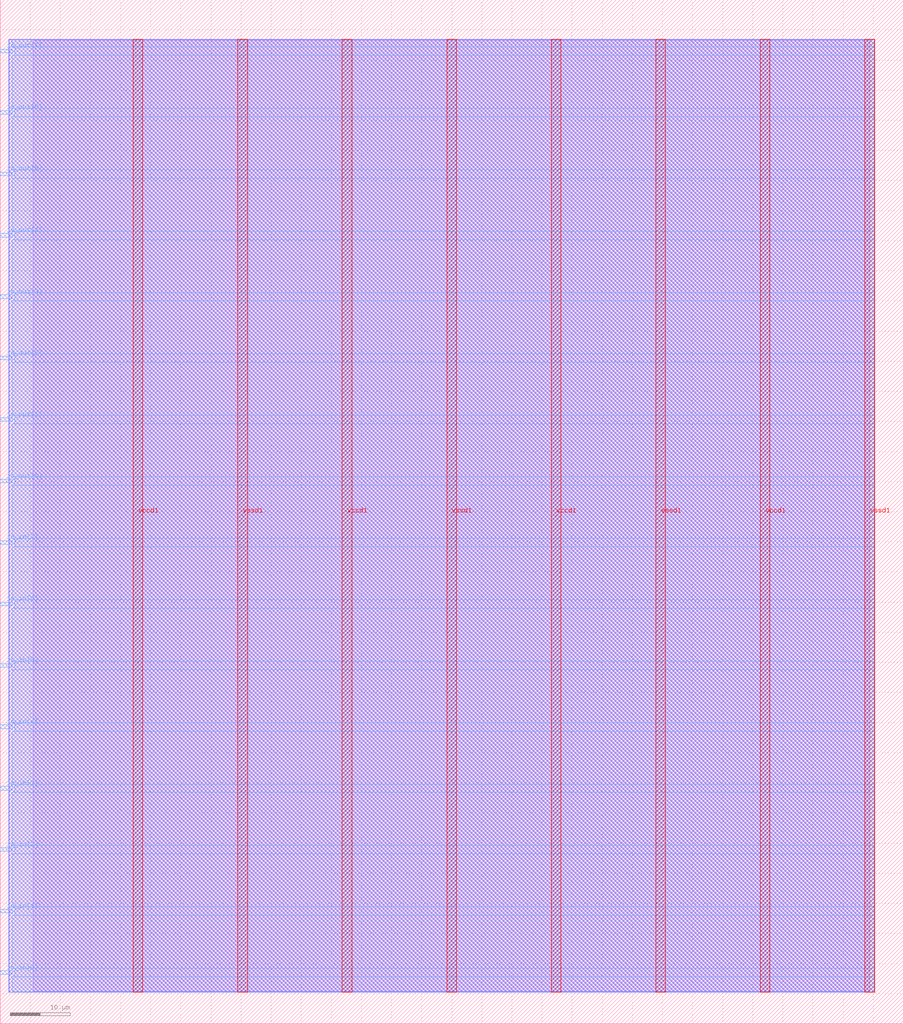
<source format=lef>
VERSION 5.7 ;
  NOWIREEXTENSIONATPIN ON ;
  DIVIDERCHAR "/" ;
  BUSBITCHARS "[]" ;
MACRO jglim_7seg
  CLASS BLOCK ;
  FOREIGN jglim_7seg ;
  ORIGIN 0.000 0.000 ;
  SIZE 150.000 BY 170.000 ;
  PIN io_in[0]
    DIRECTION INPUT ;
    USE SIGNAL ;
    PORT
      LAYER met3 ;
        RECT 0.000 8.200 2.000 8.800 ;
    END
  END io_in[0]
  PIN io_in[1]
    DIRECTION INPUT ;
    USE SIGNAL ;
    PORT
      LAYER met3 ;
        RECT 0.000 18.400 2.000 19.000 ;
    END
  END io_in[1]
  PIN io_in[2]
    DIRECTION INPUT ;
    USE SIGNAL ;
    PORT
      LAYER met3 ;
        RECT 0.000 28.600 2.000 29.200 ;
    END
  END io_in[2]
  PIN io_in[3]
    DIRECTION INPUT ;
    USE SIGNAL ;
    PORT
      LAYER met3 ;
        RECT 0.000 38.800 2.000 39.400 ;
    END
  END io_in[3]
  PIN io_in[4]
    DIRECTION INPUT ;
    USE SIGNAL ;
    PORT
      LAYER met3 ;
        RECT 0.000 49.000 2.000 49.600 ;
    END
  END io_in[4]
  PIN io_in[5]
    DIRECTION INPUT ;
    USE SIGNAL ;
    PORT
      LAYER met3 ;
        RECT 0.000 59.200 2.000 59.800 ;
    END
  END io_in[5]
  PIN io_in[6]
    DIRECTION INPUT ;
    USE SIGNAL ;
    PORT
      LAYER met3 ;
        RECT 0.000 69.400 2.000 70.000 ;
    END
  END io_in[6]
  PIN io_in[7]
    DIRECTION INPUT ;
    USE SIGNAL ;
    PORT
      LAYER met3 ;
        RECT 0.000 79.600 2.000 80.200 ;
    END
  END io_in[7]
  PIN io_out[0]
    DIRECTION OUTPUT TRISTATE ;
    USE SIGNAL ;
    PORT
      LAYER met3 ;
        RECT 0.000 89.800 2.000 90.400 ;
    END
  END io_out[0]
  PIN io_out[1]
    DIRECTION OUTPUT TRISTATE ;
    USE SIGNAL ;
    PORT
      LAYER met3 ;
        RECT 0.000 100.000 2.000 100.600 ;
    END
  END io_out[1]
  PIN io_out[2]
    DIRECTION OUTPUT TRISTATE ;
    USE SIGNAL ;
    PORT
      LAYER met3 ;
        RECT 0.000 110.200 2.000 110.800 ;
    END
  END io_out[2]
  PIN io_out[3]
    DIRECTION OUTPUT TRISTATE ;
    USE SIGNAL ;
    PORT
      LAYER met3 ;
        RECT 0.000 120.400 2.000 121.000 ;
    END
  END io_out[3]
  PIN io_out[4]
    DIRECTION OUTPUT TRISTATE ;
    USE SIGNAL ;
    PORT
      LAYER met3 ;
        RECT 0.000 130.600 2.000 131.200 ;
    END
  END io_out[4]
  PIN io_out[5]
    DIRECTION OUTPUT TRISTATE ;
    USE SIGNAL ;
    PORT
      LAYER met3 ;
        RECT 0.000 140.800 2.000 141.400 ;
    END
  END io_out[5]
  PIN io_out[6]
    DIRECTION OUTPUT TRISTATE ;
    USE SIGNAL ;
    PORT
      LAYER met3 ;
        RECT 0.000 151.000 2.000 151.600 ;
    END
  END io_out[6]
  PIN io_out[7]
    DIRECTION OUTPUT TRISTATE ;
    USE SIGNAL ;
    PORT
      LAYER met3 ;
        RECT 0.000 161.200 2.000 161.800 ;
    END
  END io_out[7]
  PIN vccd1
    DIRECTION INOUT ;
    USE POWER ;
    PORT
      LAYER met4 ;
        RECT 22.085 5.200 23.685 163.440 ;
    END
    PORT
      LAYER met4 ;
        RECT 56.815 5.200 58.415 163.440 ;
    END
    PORT
      LAYER met4 ;
        RECT 91.545 5.200 93.145 163.440 ;
    END
    PORT
      LAYER met4 ;
        RECT 126.275 5.200 127.875 163.440 ;
    END
  END vccd1
  PIN vssd1
    DIRECTION INOUT ;
    USE GROUND ;
    PORT
      LAYER met4 ;
        RECT 39.450 5.200 41.050 163.440 ;
    END
    PORT
      LAYER met4 ;
        RECT 74.180 5.200 75.780 163.440 ;
    END
    PORT
      LAYER met4 ;
        RECT 108.910 5.200 110.510 163.440 ;
    END
    PORT
      LAYER met4 ;
        RECT 143.640 5.200 145.240 163.440 ;
    END
  END vssd1
  OBS
      LAYER li1 ;
        RECT 5.520 5.355 144.440 163.285 ;
      LAYER met1 ;
        RECT 1.450 5.200 145.240 163.440 ;
      LAYER met2 ;
        RECT 1.480 5.255 145.210 163.385 ;
      LAYER met3 ;
        RECT 2.000 162.200 145.230 163.365 ;
        RECT 2.400 160.800 145.230 162.200 ;
        RECT 2.000 152.000 145.230 160.800 ;
        RECT 2.400 150.600 145.230 152.000 ;
        RECT 2.000 141.800 145.230 150.600 ;
        RECT 2.400 140.400 145.230 141.800 ;
        RECT 2.000 131.600 145.230 140.400 ;
        RECT 2.400 130.200 145.230 131.600 ;
        RECT 2.000 121.400 145.230 130.200 ;
        RECT 2.400 120.000 145.230 121.400 ;
        RECT 2.000 111.200 145.230 120.000 ;
        RECT 2.400 109.800 145.230 111.200 ;
        RECT 2.000 101.000 145.230 109.800 ;
        RECT 2.400 99.600 145.230 101.000 ;
        RECT 2.000 90.800 145.230 99.600 ;
        RECT 2.400 89.400 145.230 90.800 ;
        RECT 2.000 80.600 145.230 89.400 ;
        RECT 2.400 79.200 145.230 80.600 ;
        RECT 2.000 70.400 145.230 79.200 ;
        RECT 2.400 69.000 145.230 70.400 ;
        RECT 2.000 60.200 145.230 69.000 ;
        RECT 2.400 58.800 145.230 60.200 ;
        RECT 2.000 50.000 145.230 58.800 ;
        RECT 2.400 48.600 145.230 50.000 ;
        RECT 2.000 39.800 145.230 48.600 ;
        RECT 2.400 38.400 145.230 39.800 ;
        RECT 2.000 29.600 145.230 38.400 ;
        RECT 2.400 28.200 145.230 29.600 ;
        RECT 2.000 19.400 145.230 28.200 ;
        RECT 2.400 18.000 145.230 19.400 ;
        RECT 2.000 9.200 145.230 18.000 ;
        RECT 2.400 7.800 145.230 9.200 ;
        RECT 2.000 5.275 145.230 7.800 ;
  END
END jglim_7seg
END LIBRARY


</source>
